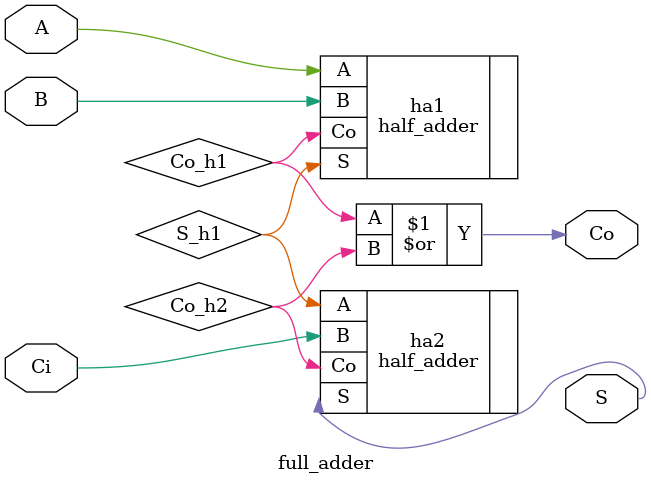
<source format=sv>
`timescale 1ns / 1ps


module full_adder
(
    input logic A,
    input logic B,
    input logic Ci,
    output logic S,
    output logic Co
);

// internal signals 
logic S_h1, Co_h1;
logic Co_h2;
logic Co_inv;

// half-adder chain
half_adder ha1(.A(A), .B(B), .S(S_h1), .Co(Co_h1));
half_adder ha2(.A(S_h1), .B(Ci), .S(S), .Co(Co_h2));

// Co calculation
nor (Co_inv, Co_h1, Co_h2); // inverted Co
not (Co, Co_inv); // true Co

endmodule

</source>
